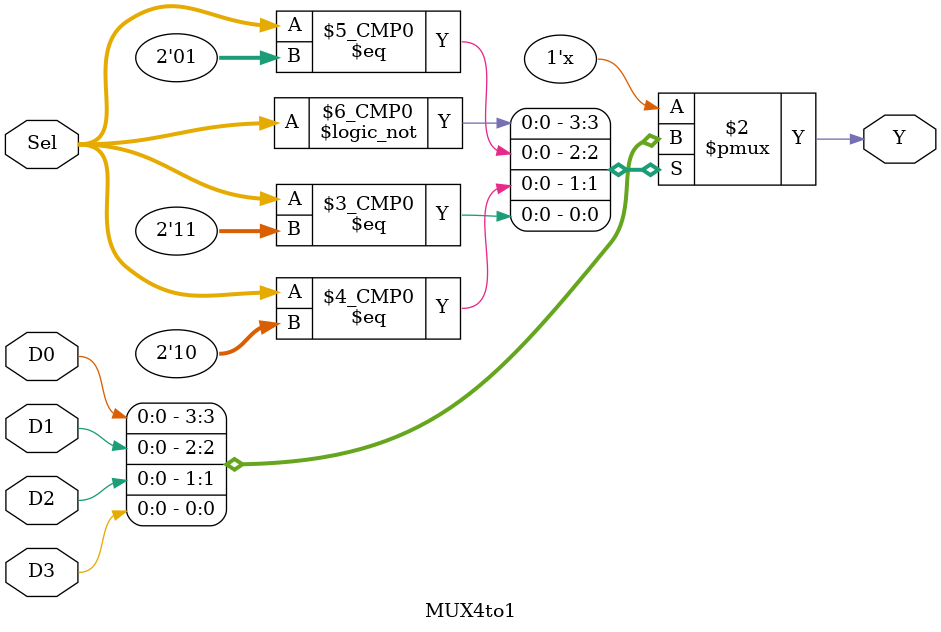
<source format=v>
module MUX4to1(
  input [3:0] D0, D1, D2, D3,
  input [1:0] Sel,
  output Y
);
  wire Y;
  always @(*) begin
    case (Sel)
      2'b00: Y = D0;
      2'b01: Y = D1;
      2'b10: Y = D2;
      2'b11: Y = D3;
    endcase
  end
endmodule


</source>
